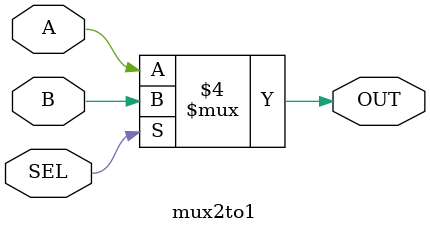
<source format=v>
module mux2to1 (
    A   ,
    B   ,
    SEL ,
    OUT 
);

    input A   ;
    input B   ;
    input SEL ;
    output reg OUT ;

    always @(SEL or A or B)
    begin
        if (SEL == 0)
            OUT = A;
        else
            OUT = B;
    end

endmodule
</source>
